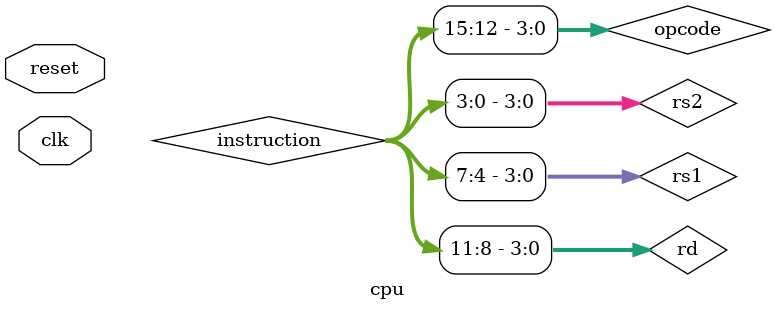
<source format=v>
module cpu(
    input clk,
    input reset
);

    // Program Counter
    wire [7:0] pc;
    wire pc_enable;
    wire [7:0] pc_next;

    pc pc_inst(
        .clk(clk),
        .reset(reset),
        .pc_enable(pc_enable),
        .pc(pc)
    );

    // Instruction Memory
    wire [15:0] instruction;

    instr_mem instr_mem_inst(
        .address(pc),
        .instruction(instruction)
    );

    // Instruction Fields
    wire [3:0] opcode   = instruction[15:12];
    wire [3:0] rd       = instruction[11:8];
    wire [3:0] rs1      = instruction[7:4];
    wire [3:0] rs2      = instruction[3:0];

    // Control Unit
    wire reg_write;
    wire mem_read;
    wire mem_write;
    wire alu_enable;
    wire halt;
    wire [2:0] state;

    control_unit cu_inst(
        .clk(clk),
        .reset(reset),
        .opcode(opcode),
        .reg_write(reg_write),
        .mem_read(mem_read),
        .mem_write(mem_write),
        .alu_enable(alu_enable),
        .pc_enable(pc_enable),
        .halt(halt),
        .state(state)
    );

    // Register File
    wire [7:0] reg_rs1;
    wire [7:0] reg_rs2;
    wire [7:0] reg_write_data;

    regfile regfile_inst(
        .clk(clk),
        .reset(reset),
        .reg_write(reg_write),
        .rs1(rs1),
        .rs2(rs2),
        .rd(rd),
        .write_data(reg_write_data),
        .out_rs1(reg_rs1),
        .out_rs2(reg_rs2)
    );

    // ALU
    wire [7:0] alu_result;

    alu alu_inst(
        .enable(alu_enable),
        .opcode(opcode),
        .a(reg_rs1),
        .b(reg_rs2),
        .result(alu_result)
    );

    // Data Memory
    wire [7:0] data_out;

    data_mem data_mem_inst(
        .clk(clk),
        .mem_read(mem_read),
        .mem_write(mem_write),
        .address(alu_result),
        .write_data(reg_rs2),
        .read_data(data_out)
    );

    assign reg_write_data = mem_read ? data_out : alu_result;

endmodule
</source>
